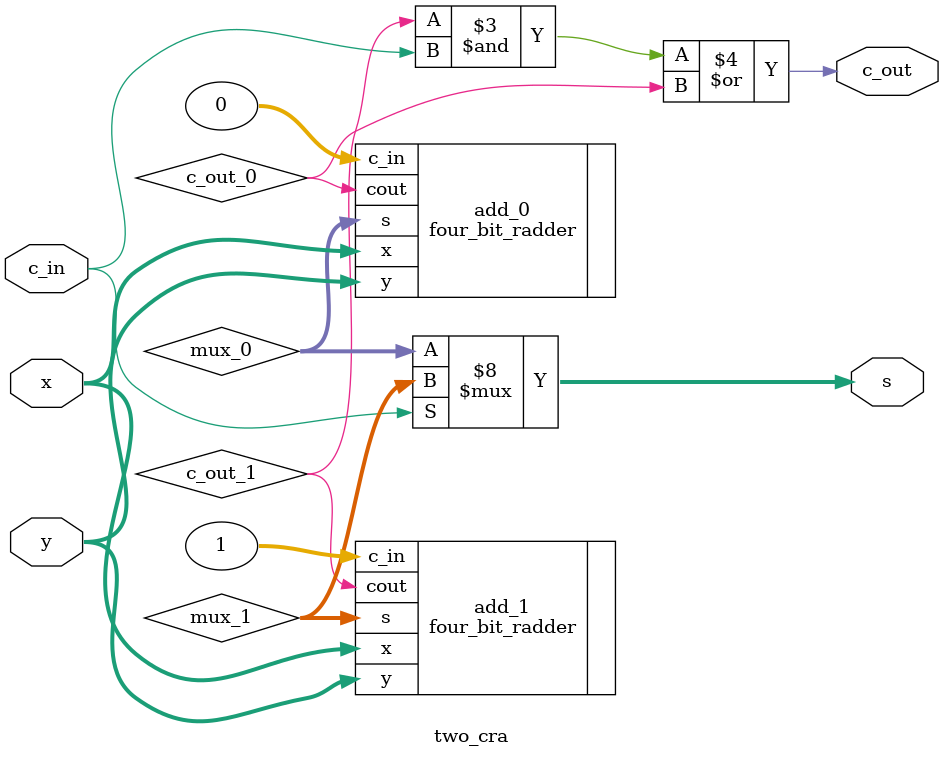
<source format=sv>
module carry_select_adder
(
    input   logic[15:0]     A,
    input   logic[15:0]     B,
    output  logic[15:0]     Sum,
    output  logic           CO
);

    /* TODO
     *
     * Insert code here to implement a carry select.
     * Your code should be completly combinational (don't use always_ff or always_latch).
     * Feel free to create sub-modules or other files. */
     
   logic c4, c8, c12;
   
	//initial adder (only 1 carry ripple adder)
   four_bit_radder a0(.x(A[3:0]), .y(B[3:0]), .c_in(0), .s(Sum[3:0]), .cout(c4));
   
	//other 3 adders (with 2 carry ripple adders)
	two_cra a1(.x(A[7:4]), .y(B[7:4]), .c_in(c4), .s(Sum[7:4]), .c_out(c8));
	two_cra a2(.x(A[11:8]), .y(B[11:8]), .c_in(c8), .s(Sum[11:8]), .c_out(c12));
   two_cra a3(.x(A[15:12]), .y(B[15:12]), .c_in(c12), .s(Sum[15:12]), .c_out(CO));
     
endmodule


//2 carry ripple adder for carry select adder
module two_cra(
               input [3:0] x,
               input [3:0] y,
               input c_in,
               output logic [3:0] s,
               output c_out
               );
               
   logic [3:0] mux_0; //output for ripple adder 0
   logic [3:0] mux_1; //output for ripple adder 1
		
   logic c_out_0;     //carry for ripple adder 0
   logic c_out_1;     //carry for ripple adder 1

   //add x and y for c_in as both 0 and 1
   four_bit_radder add_0(.x(x[3:0]), .y(y[3:0]), .c_in(0), .s(mux_0), .cout(c_out_0));
   four_bit_radder add_1(.x(x[3:0]), .y(y[3:0]), .c_in(1), .s(mux_1), .cout(c_out_1));
   
   assign c_out = (c_out_1 & c_in) | c_out_0;
	
	//mux; if c_in = 1, make sum = output of MUX 1; else = output of MUX 2
	always_comb
	begin: select
		if(c_in == 1'b1)
		begin
			s = mux_1;
		end else begin
			s = mux_0;
		end
   end
   
   
endmodule 
</source>
